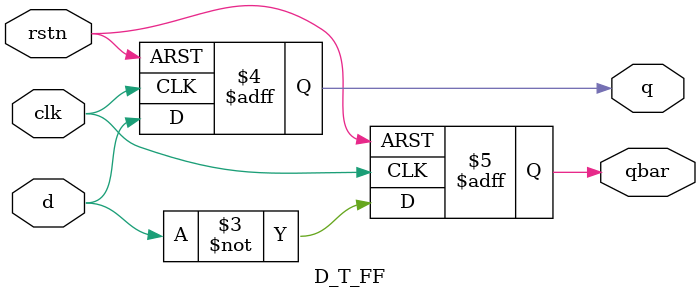
<source format=v>
module D_T_FF #(parameter FF_TYPE = "DFF")  (input d, rstn , clk, output reg q, qbar);

always @(posedge clk or negedge rstn) begin
        if(~rstn)begin
        	q <= 1'b0;
        	qbar <= 1'b1;
        end
        else begin
        	if (FF_TYPE == "DFF")begin
                q <= d;
                qbar <= ~d;
            end
            else if (FF_TYPE == "TFF") begin
                if (d) begin
                	q <= ~q;
					qbar <= ~qbar;
                end
            end
        end 
end



endmodule
</source>
